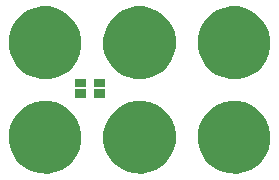
<source format=gts>
%TF.GenerationSoftware,KiCad,Pcbnew,4.0.7-e2-6376~58~ubuntu16.04.1*%
%TF.CreationDate,2018-05-02T09:44:08-07:00*%
%TF.ProjectId,2x3-LED-RGB-A-SMT,3278332D4C45442D5247422D412D534D,1.0*%
%TF.FileFunction,Soldermask,Top*%
%FSLAX46Y46*%
G04 Gerber Fmt 4.6, Leading zero omitted, Abs format (unit mm)*
G04 Created by KiCad (PCBNEW 4.0.7-e2-6376~58~ubuntu16.04.1) date Wed May  2 09:44:08 2018*
%MOMM*%
%LPD*%
G01*
G04 APERTURE LIST*
%ADD10C,0.350000*%
G04 APERTURE END LIST*
D10*
G36*
X13278110Y-22960847D02*
X13869055Y-23082151D01*
X14425198Y-23315932D01*
X14925334Y-23653278D01*
X15350421Y-24081343D01*
X15684266Y-24583821D01*
X15914156Y-25141576D01*
X16031264Y-25733014D01*
X16031264Y-25733024D01*
X16031331Y-25733363D01*
X16021710Y-26422416D01*
X16021633Y-26422754D01*
X16021633Y-26422762D01*
X15888057Y-27010701D01*
X15642685Y-27561816D01*
X15294937Y-28054778D01*
X14858062Y-28470809D01*
X14348700Y-28794061D01*
X13786254Y-29012219D01*
X13192147Y-29116976D01*
X12589003Y-29104342D01*
X11999800Y-28974797D01*
X11446982Y-28733277D01*
X10951607Y-28388982D01*
X10532537Y-27955023D01*
X10205738Y-27447930D01*
X9983656Y-26887014D01*
X9874755Y-26293658D01*
X9883177Y-25690441D01*
X10008606Y-25100347D01*
X10246259Y-24545858D01*
X10587091Y-24048088D01*
X11018112Y-23626000D01*
X11522913Y-23295668D01*
X12082259Y-23069677D01*
X12674845Y-22956636D01*
X13278110Y-22960847D01*
X13278110Y-22960847D01*
G37*
G36*
X21278110Y-22960847D02*
X21869055Y-23082151D01*
X22425198Y-23315932D01*
X22925334Y-23653278D01*
X23350421Y-24081343D01*
X23684266Y-24583821D01*
X23914156Y-25141576D01*
X24031264Y-25733014D01*
X24031264Y-25733024D01*
X24031331Y-25733363D01*
X24021710Y-26422416D01*
X24021633Y-26422754D01*
X24021633Y-26422762D01*
X23888057Y-27010701D01*
X23642685Y-27561816D01*
X23294937Y-28054778D01*
X22858062Y-28470809D01*
X22348700Y-28794061D01*
X21786254Y-29012219D01*
X21192147Y-29116976D01*
X20589003Y-29104342D01*
X19999800Y-28974797D01*
X19446982Y-28733277D01*
X18951607Y-28388982D01*
X18532537Y-27955023D01*
X18205738Y-27447930D01*
X17983656Y-26887014D01*
X17874755Y-26293658D01*
X17883177Y-25690441D01*
X18008606Y-25100347D01*
X18246259Y-24545858D01*
X18587091Y-24048088D01*
X19018112Y-23626000D01*
X19522913Y-23295668D01*
X20082259Y-23069677D01*
X20674845Y-22956636D01*
X21278110Y-22960847D01*
X21278110Y-22960847D01*
G37*
G36*
X5278110Y-22960847D02*
X5869055Y-23082151D01*
X6425198Y-23315932D01*
X6925334Y-23653278D01*
X7350421Y-24081343D01*
X7684266Y-24583821D01*
X7914156Y-25141576D01*
X8031264Y-25733014D01*
X8031264Y-25733024D01*
X8031331Y-25733363D01*
X8021710Y-26422416D01*
X8021633Y-26422754D01*
X8021633Y-26422762D01*
X7888057Y-27010701D01*
X7642685Y-27561816D01*
X7294937Y-28054778D01*
X6858062Y-28470809D01*
X6348700Y-28794061D01*
X5786254Y-29012219D01*
X5192147Y-29116976D01*
X4589003Y-29104342D01*
X3999800Y-28974797D01*
X3446982Y-28733277D01*
X2951607Y-28388982D01*
X2532537Y-27955023D01*
X2205738Y-27447930D01*
X1983656Y-26887014D01*
X1874755Y-26293658D01*
X1883177Y-25690441D01*
X2008606Y-25100347D01*
X2246259Y-24545858D01*
X2587091Y-24048088D01*
X3018112Y-23626000D01*
X3522913Y-23295668D01*
X4082259Y-23069677D01*
X4674845Y-22956636D01*
X5278110Y-22960847D01*
X5278110Y-22960847D01*
G37*
G36*
X8431200Y-22686200D02*
X7478800Y-22686200D01*
X7478800Y-21983800D01*
X8431200Y-21983800D01*
X8431200Y-22686200D01*
X8431200Y-22686200D01*
G37*
G36*
X10031200Y-22686200D02*
X9078800Y-22686200D01*
X9078800Y-21983800D01*
X10031200Y-21983800D01*
X10031200Y-22686200D01*
X10031200Y-22686200D01*
G37*
G36*
X8431200Y-21786200D02*
X7478800Y-21786200D01*
X7478800Y-21083800D01*
X8431200Y-21083800D01*
X8431200Y-21786200D01*
X8431200Y-21786200D01*
G37*
G36*
X10031200Y-21786200D02*
X9078800Y-21786200D01*
X9078800Y-21083800D01*
X10031200Y-21083800D01*
X10031200Y-21786200D01*
X10031200Y-21786200D01*
G37*
G36*
X5278110Y-14960847D02*
X5869055Y-15082151D01*
X6425198Y-15315932D01*
X6925334Y-15653278D01*
X7350421Y-16081343D01*
X7684266Y-16583821D01*
X7914156Y-17141576D01*
X8031264Y-17733014D01*
X8031264Y-17733024D01*
X8031331Y-17733363D01*
X8021710Y-18422416D01*
X8021633Y-18422754D01*
X8021633Y-18422762D01*
X7888057Y-19010701D01*
X7642685Y-19561816D01*
X7294937Y-20054778D01*
X6858062Y-20470809D01*
X6348700Y-20794061D01*
X5786254Y-21012219D01*
X5192147Y-21116976D01*
X4589003Y-21104342D01*
X3999800Y-20974797D01*
X3446982Y-20733277D01*
X2951607Y-20388982D01*
X2532537Y-19955023D01*
X2205738Y-19447930D01*
X1983656Y-18887014D01*
X1874755Y-18293658D01*
X1883177Y-17690441D01*
X2008606Y-17100347D01*
X2246259Y-16545858D01*
X2587091Y-16048088D01*
X3018112Y-15626000D01*
X3522913Y-15295668D01*
X4082259Y-15069677D01*
X4674845Y-14956636D01*
X5278110Y-14960847D01*
X5278110Y-14960847D01*
G37*
G36*
X13278110Y-14960847D02*
X13869055Y-15082151D01*
X14425198Y-15315932D01*
X14925334Y-15653278D01*
X15350421Y-16081343D01*
X15684266Y-16583821D01*
X15914156Y-17141576D01*
X16031264Y-17733014D01*
X16031264Y-17733024D01*
X16031331Y-17733363D01*
X16021710Y-18422416D01*
X16021633Y-18422754D01*
X16021633Y-18422762D01*
X15888057Y-19010701D01*
X15642685Y-19561816D01*
X15294937Y-20054778D01*
X14858062Y-20470809D01*
X14348700Y-20794061D01*
X13786254Y-21012219D01*
X13192147Y-21116976D01*
X12589003Y-21104342D01*
X11999800Y-20974797D01*
X11446982Y-20733277D01*
X10951607Y-20388982D01*
X10532537Y-19955023D01*
X10205738Y-19447930D01*
X9983656Y-18887014D01*
X9874755Y-18293658D01*
X9883177Y-17690441D01*
X10008606Y-17100347D01*
X10246259Y-16545858D01*
X10587091Y-16048088D01*
X11018112Y-15626000D01*
X11522913Y-15295668D01*
X12082259Y-15069677D01*
X12674845Y-14956636D01*
X13278110Y-14960847D01*
X13278110Y-14960847D01*
G37*
G36*
X21278110Y-14960847D02*
X21869055Y-15082151D01*
X22425198Y-15315932D01*
X22925334Y-15653278D01*
X23350421Y-16081343D01*
X23684266Y-16583821D01*
X23914156Y-17141576D01*
X24031264Y-17733014D01*
X24031264Y-17733024D01*
X24031331Y-17733363D01*
X24021710Y-18422416D01*
X24021633Y-18422754D01*
X24021633Y-18422762D01*
X23888057Y-19010701D01*
X23642685Y-19561816D01*
X23294937Y-20054778D01*
X22858062Y-20470809D01*
X22348700Y-20794061D01*
X21786254Y-21012219D01*
X21192147Y-21116976D01*
X20589003Y-21104342D01*
X19999800Y-20974797D01*
X19446982Y-20733277D01*
X18951607Y-20388982D01*
X18532537Y-19955023D01*
X18205738Y-19447930D01*
X17983656Y-18887014D01*
X17874755Y-18293658D01*
X17883177Y-17690441D01*
X18008606Y-17100347D01*
X18246259Y-16545858D01*
X18587091Y-16048088D01*
X19018112Y-15626000D01*
X19522913Y-15295668D01*
X20082259Y-15069677D01*
X20674845Y-14956636D01*
X21278110Y-14960847D01*
X21278110Y-14960847D01*
G37*
M02*

</source>
